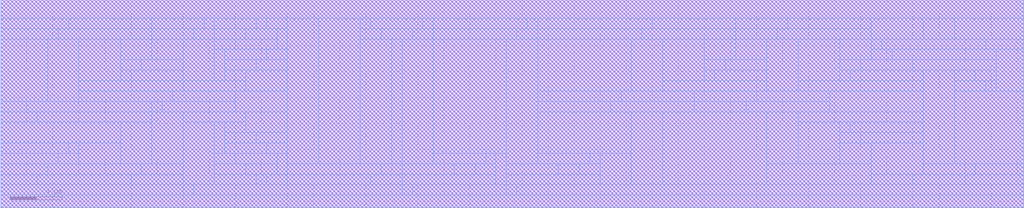
<source format=lef>
VERSION 5.7 ;
  NOWIREEXTENSIONATPIN ON ;
  DIVIDERCHAR "/" ;
  BUSBITCHARS "[]" ;
MACRO logo
  CLASS BLOCK ;
  FOREIGN logo ;
  ORIGIN 0.000 -9.500 ;
  SIZE 78.500 BY 16.000 ;
  OBS
      LAYER met1 ;
        RECT 0.000 9.500 78.500 25.500 ;
      LAYER met2 ;
        RECT 0.000 9.500 78.500 25.500 ;
      LAYER met3 ;
        RECT 0.000 9.500 78.500 25.500 ;
      LAYER met4 ;
        RECT 0.000 24.100 78.500 25.500 ;
        RECT 0.000 23.300 5.200 24.100 ;
      LAYER met4 ;
        RECT 5.200 23.300 11.600 24.100 ;
      LAYER met4 ;
        RECT 11.600 23.300 15.600 24.100 ;
      LAYER met4 ;
        RECT 15.600 23.300 16.400 24.100 ;
      LAYER met4 ;
        RECT 16.400 23.300 19.600 24.100 ;
      LAYER met4 ;
        RECT 19.600 23.300 20.400 24.100 ;
      LAYER met4 ;
        RECT 20.400 23.300 22.000 24.100 ;
        RECT 0.000 22.500 4.400 23.300 ;
      LAYER met4 ;
        RECT 4.400 22.500 11.600 23.300 ;
      LAYER met4 ;
        RECT 11.600 22.500 14.800 23.300 ;
      LAYER met4 ;
        RECT 14.800 22.500 16.400 23.300 ;
      LAYER met4 ;
        RECT 16.400 22.500 18.800 23.300 ;
      LAYER met4 ;
        RECT 18.800 22.500 21.200 23.300 ;
      LAYER met4 ;
        RECT 0.000 17.700 3.600 22.500 ;
      LAYER met4 ;
        RECT 3.600 17.700 6.000 22.500 ;
      LAYER met4 ;
        RECT 6.000 19.300 9.200 22.500 ;
      LAYER met4 ;
        RECT 9.200 20.900 11.600 22.500 ;
      LAYER met4 ;
        RECT 11.600 20.900 14.000 22.500 ;
      LAYER met4 ;
        RECT 9.200 20.100 10.800 20.900 ;
      LAYER met4 ;
        RECT 10.800 20.100 14.000 20.900 ;
      LAYER met4 ;
        RECT 9.200 19.300 10.000 20.100 ;
      LAYER met4 ;
        RECT 10.000 19.300 14.000 20.100 ;
      LAYER met4 ;
        RECT 14.000 19.300 16.400 22.500 ;
      LAYER met4 ;
        RECT 16.400 21.700 18.000 22.500 ;
      LAYER met4 ;
        RECT 18.000 21.700 21.200 22.500 ;
      LAYER met4 ;
        RECT 21.200 21.700 22.000 23.300 ;
        RECT 16.400 19.300 17.200 21.700 ;
      LAYER met4 ;
        RECT 17.200 20.900 20.400 21.700 ;
      LAYER met4 ;
        RECT 20.400 20.900 22.000 21.700 ;
      LAYER met4 ;
        RECT 17.200 20.100 19.600 20.900 ;
      LAYER met4 ;
        RECT 19.600 20.100 22.000 20.900 ;
      LAYER met4 ;
        RECT 17.200 19.300 18.800 20.100 ;
      LAYER met4 ;
        RECT 6.000 18.500 14.000 19.300 ;
      LAYER met4 ;
        RECT 14.000 18.500 18.800 19.300 ;
      LAYER met4 ;
        RECT 18.800 18.500 22.000 20.100 ;
        RECT 6.000 17.700 13.200 18.500 ;
      LAYER met4 ;
        RECT 13.200 17.700 18.000 18.500 ;
      LAYER met4 ;
        RECT 0.000 16.900 2.000 17.700 ;
      LAYER met4 ;
        RECT 2.000 16.900 11.600 17.700 ;
      LAYER met4 ;
        RECT 11.600 16.900 12.400 17.700 ;
      LAYER met4 ;
        RECT 12.400 16.900 18.000 17.700 ;
      LAYER met4 ;
        RECT 18.000 16.900 22.000 18.500 ;
        RECT 0.000 16.100 2.800 16.900 ;
      LAYER met4 ;
        RECT 2.800 16.100 11.600 16.900 ;
      LAYER met4 ;
        RECT 0.000 14.500 9.200 16.100 ;
        RECT 0.000 13.700 5.200 14.500 ;
      LAYER met4 ;
        RECT 5.200 13.700 6.000 14.500 ;
      LAYER met4 ;
        RECT 0.000 12.900 4.400 13.700 ;
      LAYER met4 ;
        RECT 4.400 12.900 6.000 13.700 ;
      LAYER met4 ;
        RECT 6.000 12.900 9.200 14.500 ;
      LAYER met4 ;
        RECT 9.200 12.900 11.600 16.100 ;
      LAYER met4 ;
        RECT 11.600 12.900 14.000 16.900 ;
      LAYER met4 ;
        RECT 14.000 16.100 18.800 16.900 ;
      LAYER met4 ;
        RECT 0.000 12.100 3.600 12.900 ;
      LAYER met4 ;
        RECT 3.600 12.100 10.800 12.900 ;
      LAYER met4 ;
        RECT 10.800 12.100 14.000 12.900 ;
        RECT 0.000 11.300 2.800 12.100 ;
      LAYER met4 ;
        RECT 2.800 11.300 10.000 12.100 ;
      LAYER met4 ;
        RECT 10.000 11.300 14.000 12.100 ;
      LAYER met4 ;
        RECT 14.000 11.300 16.400 16.100 ;
      LAYER met4 ;
        RECT 16.400 13.700 17.200 16.100 ;
      LAYER met4 ;
        RECT 17.200 15.300 18.800 16.100 ;
      LAYER met4 ;
        RECT 18.800 15.300 22.000 16.900 ;
      LAYER met4 ;
        RECT 17.200 14.500 19.600 15.300 ;
      LAYER met4 ;
        RECT 19.600 14.500 22.000 15.300 ;
      LAYER met4 ;
        RECT 17.200 13.700 20.400 14.500 ;
      LAYER met4 ;
        RECT 20.400 13.700 22.000 14.500 ;
        RECT 16.400 12.900 18.000 13.700 ;
      LAYER met4 ;
        RECT 18.000 12.900 21.200 13.700 ;
      LAYER met4 ;
        RECT 16.400 12.100 18.800 12.900 ;
      LAYER met4 ;
        RECT 18.800 12.100 21.200 12.900 ;
      LAYER met4 ;
        RECT 21.200 12.100 22.000 13.700 ;
      LAYER met4 ;
        RECT 22.000 12.900 24.400 24.100 ;
      LAYER met4 ;
        RECT 24.400 12.900 27.600 24.100 ;
      LAYER met4 ;
        RECT 27.600 23.300 28.400 24.100 ;
      LAYER met4 ;
        RECT 28.400 23.300 32.400 24.100 ;
      LAYER met4 ;
        RECT 32.400 23.300 33.200 24.100 ;
      LAYER met4 ;
        RECT 33.200 23.300 40.400 24.100 ;
      LAYER met4 ;
        RECT 40.400 23.300 41.200 24.100 ;
      LAYER met4 ;
        RECT 41.200 23.300 50.000 24.100 ;
      LAYER met4 ;
        RECT 50.000 23.300 56.400 24.100 ;
      LAYER met4 ;
        RECT 56.400 23.300 60.400 24.100 ;
      LAYER met4 ;
        RECT 60.400 23.300 66.800 24.100 ;
        RECT 27.600 22.500 29.200 23.300 ;
      LAYER met4 ;
        RECT 29.200 22.500 31.600 23.300 ;
      LAYER met4 ;
        RECT 31.600 22.500 33.200 23.300 ;
      LAYER met4 ;
        RECT 33.200 22.500 39.600 23.300 ;
      LAYER met4 ;
        RECT 39.600 22.500 41.200 23.300 ;
      LAYER met4 ;
        RECT 41.200 22.500 49.200 23.300 ;
      LAYER met4 ;
        RECT 49.200 22.500 56.400 23.300 ;
      LAYER met4 ;
        RECT 56.400 22.500 59.600 23.300 ;
      LAYER met4 ;
        RECT 59.600 22.500 66.800 23.300 ;
      LAYER met4 ;
        RECT 66.800 22.500 70.800 24.100 ;
      LAYER met4 ;
        RECT 70.800 22.500 73.200 24.100 ;
      LAYER met4 ;
        RECT 73.200 22.500 78.500 24.100 ;
      LAYER met4 ;
        RECT 27.600 12.900 30.000 22.500 ;
      LAYER met4 ;
        RECT 30.000 12.900 30.800 22.500 ;
      LAYER met4 ;
        RECT 30.800 12.900 33.200 22.500 ;
      LAYER met4 ;
        RECT 33.200 13.700 38.800 22.500 ;
        RECT 33.200 12.900 37.200 13.700 ;
      LAYER met4 ;
        RECT 37.200 12.900 38.000 13.700 ;
        RECT 22.000 12.100 29.200 12.900 ;
      LAYER met4 ;
        RECT 29.200 12.100 30.800 12.900 ;
      LAYER met4 ;
        RECT 30.800 12.100 34.800 12.900 ;
      LAYER met4 ;
        RECT 34.800 12.100 36.400 12.900 ;
      LAYER met4 ;
        RECT 36.400 12.100 38.000 12.900 ;
      LAYER met4 ;
        RECT 16.400 11.300 19.600 12.100 ;
      LAYER met4 ;
        RECT 19.600 11.300 20.400 12.100 ;
      LAYER met4 ;
        RECT 20.400 11.300 22.000 12.100 ;
      LAYER met4 ;
        RECT 22.000 11.300 28.400 12.100 ;
      LAYER met4 ;
        RECT 28.400 11.300 30.800 12.100 ;
      LAYER met4 ;
        RECT 30.800 11.300 38.000 12.100 ;
      LAYER met4 ;
        RECT 38.000 11.300 38.800 13.700 ;
      LAYER met4 ;
        RECT 38.800 12.900 41.200 22.500 ;
      LAYER met4 ;
        RECT 41.200 18.500 48.400 22.500 ;
      LAYER met4 ;
        RECT 48.400 18.500 50.800 22.500 ;
      LAYER met4 ;
        RECT 50.800 19.300 54.000 22.500 ;
      LAYER met4 ;
        RECT 54.000 20.900 56.400 22.500 ;
      LAYER met4 ;
        RECT 56.400 20.900 58.800 22.500 ;
      LAYER met4 ;
        RECT 54.000 20.100 55.600 20.900 ;
      LAYER met4 ;
        RECT 55.600 20.100 58.800 20.900 ;
      LAYER met4 ;
        RECT 54.000 19.300 54.800 20.100 ;
      LAYER met4 ;
        RECT 54.800 19.300 58.800 20.100 ;
        RECT 50.800 18.500 58.800 19.300 ;
      LAYER met4 ;
        RECT 58.800 18.500 61.200 22.500 ;
      LAYER met4 ;
        RECT 61.200 19.300 64.400 22.500 ;
      LAYER met4 ;
        RECT 64.400 20.900 66.800 22.500 ;
      LAYER met4 ;
        RECT 66.800 21.700 67.600 22.500 ;
      LAYER met4 ;
        RECT 67.600 21.700 75.600 22.500 ;
      LAYER met4 ;
        RECT 75.600 21.700 78.500 22.500 ;
        RECT 66.800 20.900 68.400 21.700 ;
      LAYER met4 ;
        RECT 68.400 20.900 76.400 21.700 ;
        RECT 64.400 20.100 66.000 20.900 ;
      LAYER met4 ;
        RECT 66.000 20.100 70.000 20.900 ;
      LAYER met4 ;
        RECT 70.000 20.100 76.400 20.900 ;
        RECT 64.400 19.300 65.200 20.100 ;
      LAYER met4 ;
        RECT 65.200 19.300 70.800 20.100 ;
        RECT 61.200 18.500 70.800 19.300 ;
        RECT 41.200 17.700 47.600 18.500 ;
      LAYER met4 ;
        RECT 47.600 17.700 53.200 18.500 ;
      LAYER met4 ;
        RECT 53.200 17.700 58.000 18.500 ;
      LAYER met4 ;
        RECT 58.000 17.700 63.600 18.500 ;
      LAYER met4 ;
        RECT 41.200 16.900 46.800 17.700 ;
      LAYER met4 ;
        RECT 46.800 16.900 53.200 17.700 ;
      LAYER met4 ;
        RECT 53.200 16.900 57.200 17.700 ;
      LAYER met4 ;
        RECT 57.200 16.900 63.600 17.700 ;
      LAYER met4 ;
        RECT 63.600 16.900 70.800 18.500 ;
        RECT 41.200 13.700 48.400 16.900 ;
        RECT 41.200 12.900 45.200 13.700 ;
      LAYER met4 ;
        RECT 45.200 12.900 46.000 13.700 ;
        RECT 38.800 12.100 42.800 12.900 ;
      LAYER met4 ;
        RECT 42.800 12.100 44.400 12.900 ;
      LAYER met4 ;
        RECT 44.400 12.100 46.000 12.900 ;
        RECT 38.800 11.300 46.000 12.100 ;
      LAYER met4 ;
        RECT 46.000 11.300 48.400 13.700 ;
      LAYER met4 ;
        RECT 48.400 11.300 50.800 16.900 ;
      LAYER met4 ;
        RECT 50.800 11.300 58.800 16.900 ;
      LAYER met4 ;
        RECT 58.800 12.900 61.200 16.900 ;
      LAYER met4 ;
        RECT 61.200 16.100 70.800 16.900 ;
        RECT 61.200 12.900 64.400 16.100 ;
      LAYER met4 ;
        RECT 64.400 15.300 65.200 16.100 ;
      LAYER met4 ;
        RECT 65.200 15.300 70.800 16.100 ;
      LAYER met4 ;
        RECT 64.400 14.500 66.000 15.300 ;
      LAYER met4 ;
        RECT 66.000 14.500 70.800 15.300 ;
      LAYER met4 ;
        RECT 64.400 12.900 66.800 14.500 ;
        RECT 58.800 11.300 66.800 12.900 ;
      LAYER met4 ;
        RECT 66.800 12.100 70.800 14.500 ;
      LAYER met4 ;
        RECT 70.800 12.900 73.200 20.100 ;
      LAYER met4 ;
        RECT 73.200 19.300 74.800 20.100 ;
      LAYER met4 ;
        RECT 74.800 19.300 76.400 20.100 ;
      LAYER met4 ;
        RECT 73.200 18.500 75.600 19.300 ;
      LAYER met4 ;
        RECT 75.600 18.500 76.400 19.300 ;
      LAYER met4 ;
        RECT 76.400 18.500 78.500 21.700 ;
        RECT 73.200 12.900 78.500 18.500 ;
      LAYER met4 ;
        RECT 70.800 12.100 74.800 12.900 ;
      LAYER met4 ;
        RECT 74.800 12.100 78.500 12.900 ;
        RECT 66.800 11.300 70.000 12.100 ;
      LAYER met4 ;
        RECT 70.000 11.300 74.000 12.100 ;
      LAYER met4 ;
        RECT 74.000 11.300 78.500 12.100 ;
        RECT 0.000 10.500 14.000 11.300 ;
      LAYER met4 ;
        RECT 14.000 10.500 14.800 11.300 ;
      LAYER met4 ;
        RECT 14.800 10.500 30.800 11.300 ;
      LAYER met4 ;
        RECT 30.800 10.500 31.600 11.300 ;
      LAYER met4 ;
        RECT 31.600 10.500 38.800 11.300 ;
      LAYER met4 ;
        RECT 38.800 10.500 39.600 11.300 ;
      LAYER met4 ;
        RECT 39.600 10.500 78.500 11.300 ;
        RECT 0.000 9.500 78.500 10.500 ;
  END
END logo
END LIBRARY


</source>
